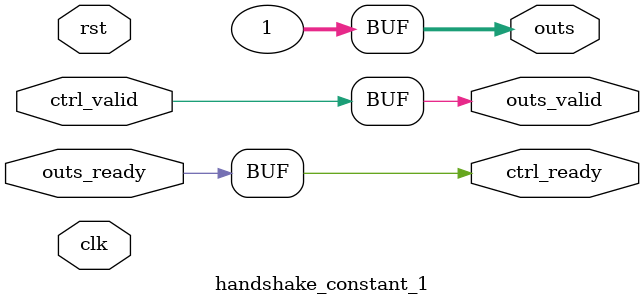
<source format=v>
`timescale 1ns / 1ps
module handshake_constant_1 #(
  parameter DATA_WIDTH = 32  // Default set to 32 bits
) (
  input                       clk,
  input                       rst,
  // Input Channel
  input                       ctrl_valid,
  output                      ctrl_ready,
  // Output Channel
  output [DATA_WIDTH - 1 : 0] outs,
  output                      outs_valid,
  input                       outs_ready
);
  assign outs       = 10'b0000000001;
  assign outs_valid = ctrl_valid;
  assign ctrl_ready = outs_ready;

endmodule

</source>
